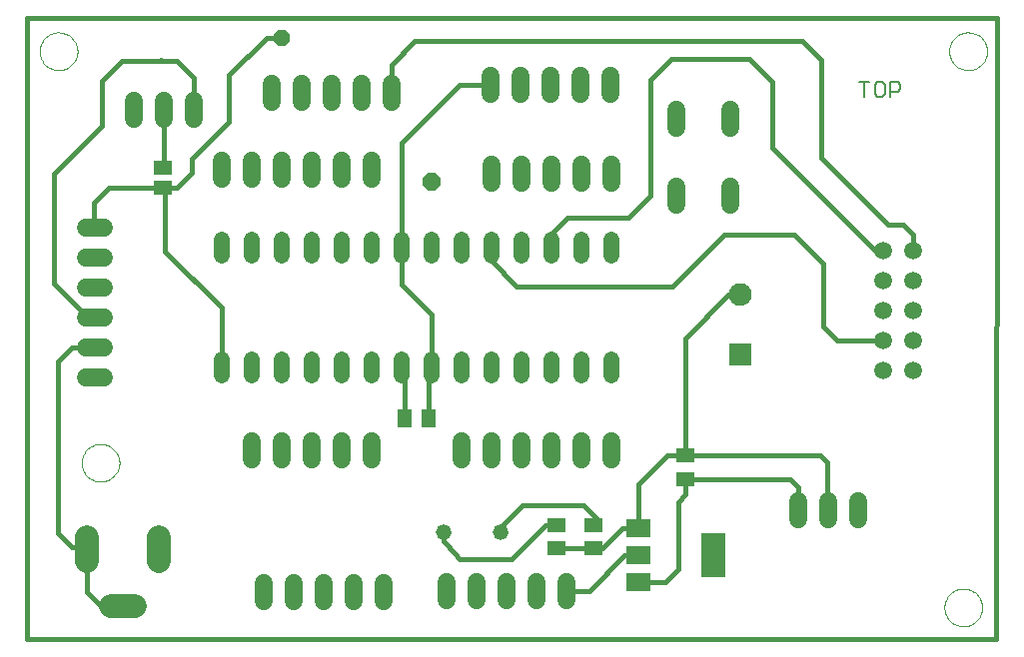
<source format=gtl>
G75*
%MOIN*%
%OFA0B0*%
%FSLAX24Y24*%
%IPPOS*%
%LPD*%
%AMOC8*
5,1,8,0,0,1.08239X$1,22.5*
%
%ADD10C,0.0160*%
%ADD11C,0.0000*%
%ADD12C,0.0070*%
%ADD13C,0.0520*%
%ADD14C,0.0760*%
%ADD15R,0.0760X0.0760*%
%ADD16R,0.0512X0.0630*%
%ADD17R,0.0630X0.0512*%
%ADD18R,0.0591X0.0512*%
%ADD19C,0.0600*%
%ADD20C,0.0594*%
%ADD21C,0.0787*%
%ADD22OC8,0.0600*%
%ADD23R,0.0790X0.0590*%
%ADD24R,0.0790X0.1500*%
%ADD25C,0.0520*%
%ADD26OC8,0.0560*%
D10*
X001100Y000180D02*
X001100Y020910D01*
X033472Y020910D01*
X033452Y000180D01*
X001100Y000180D01*
X003119Y001731D02*
X003600Y001250D01*
X004260Y001250D01*
X004300Y001290D01*
X003119Y001731D02*
X003119Y003180D01*
X003049Y003250D01*
X002600Y003250D01*
X002150Y003700D01*
X002150Y009450D01*
X002600Y009900D01*
X003370Y009900D01*
X003370Y010900D02*
X003140Y010900D01*
X002010Y012030D01*
X002010Y015710D01*
X003610Y017310D01*
X003610Y018810D01*
X004280Y019480D01*
X005530Y019480D01*
X006080Y019480D01*
X006090Y019490D01*
X006680Y018900D01*
X006680Y017840D01*
X005680Y017840D02*
X005680Y015945D01*
X005650Y015915D01*
X005655Y015250D02*
X005650Y015245D01*
X005710Y015185D01*
X005710Y013120D01*
X007600Y011230D01*
X007600Y009250D01*
X013600Y009250D02*
X013706Y009144D01*
X013706Y007550D01*
X014494Y007550D02*
X014494Y008750D01*
X014600Y008856D01*
X014600Y009250D01*
X014600Y011000D01*
X013600Y012000D01*
X013600Y013250D01*
X013600Y016750D01*
X015540Y018690D01*
X016560Y018690D01*
X014050Y020140D02*
X013270Y019360D01*
X013270Y018400D01*
X014050Y020140D02*
X026960Y020140D01*
X027600Y019500D01*
X027600Y016250D01*
X029850Y014000D01*
X030350Y014000D01*
X030670Y013680D01*
X030670Y013130D01*
X030690Y013150D01*
X029670Y013130D02*
X029420Y013130D01*
X025970Y016580D01*
X025970Y018780D01*
X025200Y019550D01*
X022620Y019550D01*
X021920Y018850D01*
X021920Y014980D01*
X021180Y014240D01*
X019130Y014240D01*
X018600Y013710D01*
X018600Y013250D01*
X017450Y011960D02*
X022640Y011960D01*
X024360Y013680D01*
X026700Y013680D01*
X027680Y012700D01*
X027680Y010600D01*
X028130Y010150D01*
X029650Y010150D01*
X029670Y010130D01*
X024910Y011670D02*
X024520Y011670D01*
X023070Y010220D01*
X023070Y006314D01*
X027566Y006314D01*
X027810Y006070D01*
X027810Y005260D01*
X027830Y004490D01*
X026850Y004510D02*
X026850Y005250D01*
X026574Y005526D01*
X023070Y005526D01*
X023070Y005000D01*
X022830Y004760D01*
X022830Y002520D01*
X022390Y002080D01*
X021510Y002080D01*
X021050Y002980D02*
X019860Y001790D01*
X019090Y001790D01*
X017270Y002860D02*
X015530Y002860D01*
X015390Y003000D01*
X015390Y003010D01*
X015400Y003020D01*
X014990Y003430D01*
X014990Y003750D01*
X016890Y003750D02*
X016890Y003910D01*
X017640Y004660D01*
X019660Y004660D01*
X020170Y004150D01*
X019990Y003994D01*
X019990Y003206D02*
X020306Y003206D01*
X020980Y003880D01*
X021510Y003880D01*
X021510Y005360D01*
X022464Y006314D01*
X023070Y006314D01*
X026830Y004490D02*
X026850Y004510D01*
X021510Y002980D02*
X021050Y002980D01*
X019990Y003206D02*
X019980Y003196D01*
X018780Y003196D01*
X018780Y003984D02*
X018394Y003984D01*
X017270Y002860D01*
X014494Y008750D02*
X014494Y008894D01*
X014600Y009000D01*
X017450Y011960D02*
X016600Y012810D01*
X016600Y013250D01*
X007850Y017460D02*
X006590Y016200D01*
X006590Y016010D01*
X006600Y016000D01*
X006600Y015750D01*
X006100Y015250D01*
X005655Y015250D01*
X005650Y015245D02*
X003845Y015245D01*
X003350Y014750D01*
X003350Y013920D01*
X003370Y013900D01*
X007850Y017460D02*
X007850Y019000D01*
X009100Y020250D01*
X009600Y020250D01*
X005570Y019520D02*
X005530Y019480D01*
D11*
X001530Y019800D02*
X001532Y019850D01*
X001538Y019900D01*
X001548Y019949D01*
X001562Y019997D01*
X001579Y020044D01*
X001600Y020089D01*
X001625Y020133D01*
X001653Y020174D01*
X001685Y020213D01*
X001719Y020250D01*
X001756Y020284D01*
X001796Y020314D01*
X001838Y020341D01*
X001882Y020365D01*
X001928Y020386D01*
X001975Y020402D01*
X002023Y020415D01*
X002073Y020424D01*
X002122Y020429D01*
X002173Y020430D01*
X002223Y020427D01*
X002272Y020420D01*
X002321Y020409D01*
X002369Y020394D01*
X002415Y020376D01*
X002460Y020354D01*
X002503Y020328D01*
X002544Y020299D01*
X002583Y020267D01*
X002619Y020232D01*
X002651Y020194D01*
X002681Y020154D01*
X002708Y020111D01*
X002731Y020067D01*
X002750Y020021D01*
X002766Y019973D01*
X002778Y019924D01*
X002786Y019875D01*
X002790Y019825D01*
X002790Y019775D01*
X002786Y019725D01*
X002778Y019676D01*
X002766Y019627D01*
X002750Y019579D01*
X002731Y019533D01*
X002708Y019489D01*
X002681Y019446D01*
X002651Y019406D01*
X002619Y019368D01*
X002583Y019333D01*
X002544Y019301D01*
X002503Y019272D01*
X002460Y019246D01*
X002415Y019224D01*
X002369Y019206D01*
X002321Y019191D01*
X002272Y019180D01*
X002223Y019173D01*
X002173Y019170D01*
X002122Y019171D01*
X002073Y019176D01*
X002023Y019185D01*
X001975Y019198D01*
X001928Y019214D01*
X001882Y019235D01*
X001838Y019259D01*
X001796Y019286D01*
X001756Y019316D01*
X001719Y019350D01*
X001685Y019387D01*
X001653Y019426D01*
X001625Y019467D01*
X001600Y019511D01*
X001579Y019556D01*
X001562Y019603D01*
X001548Y019651D01*
X001538Y019700D01*
X001532Y019750D01*
X001530Y019800D01*
X002930Y006060D02*
X002932Y006110D01*
X002938Y006160D01*
X002948Y006209D01*
X002962Y006257D01*
X002979Y006304D01*
X003000Y006349D01*
X003025Y006393D01*
X003053Y006434D01*
X003085Y006473D01*
X003119Y006510D01*
X003156Y006544D01*
X003196Y006574D01*
X003238Y006601D01*
X003282Y006625D01*
X003328Y006646D01*
X003375Y006662D01*
X003423Y006675D01*
X003473Y006684D01*
X003522Y006689D01*
X003573Y006690D01*
X003623Y006687D01*
X003672Y006680D01*
X003721Y006669D01*
X003769Y006654D01*
X003815Y006636D01*
X003860Y006614D01*
X003903Y006588D01*
X003944Y006559D01*
X003983Y006527D01*
X004019Y006492D01*
X004051Y006454D01*
X004081Y006414D01*
X004108Y006371D01*
X004131Y006327D01*
X004150Y006281D01*
X004166Y006233D01*
X004178Y006184D01*
X004186Y006135D01*
X004190Y006085D01*
X004190Y006035D01*
X004186Y005985D01*
X004178Y005936D01*
X004166Y005887D01*
X004150Y005839D01*
X004131Y005793D01*
X004108Y005749D01*
X004081Y005706D01*
X004051Y005666D01*
X004019Y005628D01*
X003983Y005593D01*
X003944Y005561D01*
X003903Y005532D01*
X003860Y005506D01*
X003815Y005484D01*
X003769Y005466D01*
X003721Y005451D01*
X003672Y005440D01*
X003623Y005433D01*
X003573Y005430D01*
X003522Y005431D01*
X003473Y005436D01*
X003423Y005445D01*
X003375Y005458D01*
X003328Y005474D01*
X003282Y005495D01*
X003238Y005519D01*
X003196Y005546D01*
X003156Y005576D01*
X003119Y005610D01*
X003085Y005647D01*
X003053Y005686D01*
X003025Y005727D01*
X003000Y005771D01*
X002979Y005816D01*
X002962Y005863D01*
X002948Y005911D01*
X002938Y005960D01*
X002932Y006010D01*
X002930Y006060D01*
X031720Y001230D02*
X031722Y001280D01*
X031728Y001330D01*
X031738Y001379D01*
X031752Y001427D01*
X031769Y001474D01*
X031790Y001519D01*
X031815Y001563D01*
X031843Y001604D01*
X031875Y001643D01*
X031909Y001680D01*
X031946Y001714D01*
X031986Y001744D01*
X032028Y001771D01*
X032072Y001795D01*
X032118Y001816D01*
X032165Y001832D01*
X032213Y001845D01*
X032263Y001854D01*
X032312Y001859D01*
X032363Y001860D01*
X032413Y001857D01*
X032462Y001850D01*
X032511Y001839D01*
X032559Y001824D01*
X032605Y001806D01*
X032650Y001784D01*
X032693Y001758D01*
X032734Y001729D01*
X032773Y001697D01*
X032809Y001662D01*
X032841Y001624D01*
X032871Y001584D01*
X032898Y001541D01*
X032921Y001497D01*
X032940Y001451D01*
X032956Y001403D01*
X032968Y001354D01*
X032976Y001305D01*
X032980Y001255D01*
X032980Y001205D01*
X032976Y001155D01*
X032968Y001106D01*
X032956Y001057D01*
X032940Y001009D01*
X032921Y000963D01*
X032898Y000919D01*
X032871Y000876D01*
X032841Y000836D01*
X032809Y000798D01*
X032773Y000763D01*
X032734Y000731D01*
X032693Y000702D01*
X032650Y000676D01*
X032605Y000654D01*
X032559Y000636D01*
X032511Y000621D01*
X032462Y000610D01*
X032413Y000603D01*
X032363Y000600D01*
X032312Y000601D01*
X032263Y000606D01*
X032213Y000615D01*
X032165Y000628D01*
X032118Y000644D01*
X032072Y000665D01*
X032028Y000689D01*
X031986Y000716D01*
X031946Y000746D01*
X031909Y000780D01*
X031875Y000817D01*
X031843Y000856D01*
X031815Y000897D01*
X031790Y000941D01*
X031769Y000986D01*
X031752Y001033D01*
X031738Y001081D01*
X031728Y001130D01*
X031722Y001180D01*
X031720Y001230D01*
X031880Y019800D02*
X031882Y019850D01*
X031888Y019900D01*
X031898Y019949D01*
X031912Y019997D01*
X031929Y020044D01*
X031950Y020089D01*
X031975Y020133D01*
X032003Y020174D01*
X032035Y020213D01*
X032069Y020250D01*
X032106Y020284D01*
X032146Y020314D01*
X032188Y020341D01*
X032232Y020365D01*
X032278Y020386D01*
X032325Y020402D01*
X032373Y020415D01*
X032423Y020424D01*
X032472Y020429D01*
X032523Y020430D01*
X032573Y020427D01*
X032622Y020420D01*
X032671Y020409D01*
X032719Y020394D01*
X032765Y020376D01*
X032810Y020354D01*
X032853Y020328D01*
X032894Y020299D01*
X032933Y020267D01*
X032969Y020232D01*
X033001Y020194D01*
X033031Y020154D01*
X033058Y020111D01*
X033081Y020067D01*
X033100Y020021D01*
X033116Y019973D01*
X033128Y019924D01*
X033136Y019875D01*
X033140Y019825D01*
X033140Y019775D01*
X033136Y019725D01*
X033128Y019676D01*
X033116Y019627D01*
X033100Y019579D01*
X033081Y019533D01*
X033058Y019489D01*
X033031Y019446D01*
X033001Y019406D01*
X032969Y019368D01*
X032933Y019333D01*
X032894Y019301D01*
X032853Y019272D01*
X032810Y019246D01*
X032765Y019224D01*
X032719Y019206D01*
X032671Y019191D01*
X032622Y019180D01*
X032573Y019173D01*
X032523Y019170D01*
X032472Y019171D01*
X032423Y019176D01*
X032373Y019185D01*
X032325Y019198D01*
X032278Y019214D01*
X032232Y019235D01*
X032188Y019259D01*
X032146Y019286D01*
X032106Y019316D01*
X032069Y019350D01*
X032035Y019387D01*
X032003Y019426D01*
X031975Y019467D01*
X031950Y019511D01*
X031929Y019556D01*
X031912Y019603D01*
X031898Y019651D01*
X031888Y019700D01*
X031882Y019750D01*
X031880Y019800D01*
D12*
X030243Y018694D02*
X030243Y018530D01*
X030161Y018448D01*
X029916Y018448D01*
X029916Y018285D02*
X029916Y018775D01*
X030161Y018775D01*
X030243Y018694D01*
X029728Y018694D02*
X029728Y018367D01*
X029646Y018285D01*
X029482Y018285D01*
X029401Y018367D01*
X029401Y018694D01*
X029482Y018775D01*
X029646Y018775D01*
X029728Y018694D01*
X029212Y018775D02*
X028885Y018775D01*
X029048Y018775D02*
X029048Y018285D01*
D13*
X020600Y013510D02*
X020600Y012990D01*
X019600Y012990D02*
X019600Y013510D01*
X018600Y013510D02*
X018600Y012990D01*
X017600Y012990D02*
X017600Y013510D01*
X016600Y013510D02*
X016600Y012990D01*
X015600Y012990D02*
X015600Y013510D01*
X014600Y013510D02*
X014600Y012990D01*
X013600Y012990D02*
X013600Y013510D01*
X012600Y013510D02*
X012600Y012990D01*
X011600Y012990D02*
X011600Y013510D01*
X010600Y013510D02*
X010600Y012990D01*
X009600Y012990D02*
X009600Y013510D01*
X008600Y013510D02*
X008600Y012990D01*
X007600Y012990D02*
X007600Y013510D01*
X007600Y009510D02*
X007600Y008990D01*
X008600Y008990D02*
X008600Y009510D01*
X009600Y009510D02*
X009600Y008990D01*
X010600Y008990D02*
X010600Y009510D01*
X011600Y009510D02*
X011600Y008990D01*
X012600Y008990D02*
X012600Y009510D01*
X013600Y009510D02*
X013600Y008990D01*
X014600Y008990D02*
X014600Y009510D01*
X015600Y009510D02*
X015600Y008990D01*
X016600Y008990D02*
X016600Y009510D01*
X017600Y009510D02*
X017600Y008990D01*
X018600Y008990D02*
X018600Y009510D01*
X019600Y009510D02*
X019600Y008990D01*
X020600Y008990D02*
X020600Y009510D01*
D14*
X024910Y011670D03*
D15*
X024910Y009670D03*
D16*
X014494Y007550D03*
X013706Y007550D03*
D17*
X018780Y003984D03*
X018780Y003196D03*
X019990Y003206D03*
X019990Y003994D03*
X023070Y005526D03*
X023070Y006314D03*
D18*
X005650Y015245D03*
X005650Y015915D03*
D19*
X007600Y016160D02*
X007600Y015560D01*
X008600Y015560D02*
X008600Y016160D01*
X009600Y016160D02*
X009600Y015560D01*
X010600Y015560D02*
X010600Y016160D01*
X011600Y016160D02*
X011600Y015560D01*
X012600Y015560D02*
X012600Y016160D01*
X012270Y018100D02*
X012270Y018700D01*
X011270Y018700D02*
X011270Y018100D01*
X010270Y018100D02*
X010270Y018700D01*
X009270Y018700D02*
X009270Y018100D01*
X006680Y018140D02*
X006680Y017540D01*
X005680Y017540D02*
X005680Y018140D01*
X004680Y018140D02*
X004680Y017540D01*
X003670Y013900D02*
X003070Y013900D01*
X003070Y012900D02*
X003670Y012900D01*
X003670Y011900D02*
X003070Y011900D01*
X003070Y010900D02*
X003670Y010900D01*
X003670Y009900D02*
X003070Y009900D01*
X003070Y008900D02*
X003670Y008900D01*
X008600Y006770D02*
X008600Y006170D01*
X009600Y006170D02*
X009600Y006770D01*
X010600Y006770D02*
X010600Y006170D01*
X011600Y006170D02*
X011600Y006770D01*
X012600Y006770D02*
X012600Y006170D01*
X015600Y006170D02*
X015600Y006770D01*
X016600Y006770D02*
X016600Y006170D01*
X017600Y006170D02*
X017600Y006770D01*
X018600Y006770D02*
X018600Y006170D01*
X019600Y006170D02*
X019600Y006770D01*
X020600Y006770D02*
X020600Y006170D01*
X026830Y004790D02*
X026830Y004190D01*
X027830Y004190D02*
X027830Y004790D01*
X028830Y004790D02*
X028830Y004190D01*
X019090Y002090D02*
X019090Y001490D01*
X018090Y001490D02*
X018090Y002090D01*
X017090Y002090D02*
X017090Y001490D01*
X016090Y001490D02*
X016090Y002090D01*
X015090Y002090D02*
X015090Y001490D01*
X013020Y001460D02*
X013020Y002060D01*
X012020Y002060D02*
X012020Y001460D01*
X011020Y001460D02*
X011020Y002060D01*
X010020Y002060D02*
X010020Y001460D01*
X009020Y001460D02*
X009020Y002060D01*
X022780Y014690D02*
X022780Y015290D01*
X024560Y015290D02*
X024560Y014690D01*
X020600Y015420D02*
X020600Y016020D01*
X019600Y016020D02*
X019600Y015420D01*
X018600Y015420D02*
X018600Y016020D01*
X017600Y016020D02*
X017600Y015420D01*
X016600Y015420D02*
X016600Y016020D01*
X013270Y018100D02*
X013270Y018700D01*
X016560Y018990D02*
X016560Y018390D01*
X017560Y018390D02*
X017560Y018990D01*
X018560Y018990D02*
X018560Y018390D01*
X019560Y018390D02*
X019560Y018990D01*
X020560Y018990D02*
X020560Y018390D01*
X022780Y017850D02*
X022780Y017250D01*
X024560Y017250D02*
X024560Y017850D01*
D20*
X029670Y013130D03*
X030670Y013130D03*
X030670Y012130D03*
X029670Y012130D03*
X029670Y011130D03*
X030670Y011130D03*
X030670Y010130D03*
X029670Y010130D03*
X029670Y009130D03*
X030670Y009130D03*
D21*
X005520Y003574D02*
X005520Y002786D01*
X004694Y001290D02*
X003906Y001290D01*
X003119Y002786D02*
X003119Y003574D01*
D22*
X014600Y015450D03*
D23*
X021510Y003880D03*
X021510Y002980D03*
X021510Y002080D03*
D24*
X023990Y002990D03*
D25*
X016890Y003750D03*
X014990Y003750D03*
D26*
X009600Y020250D03*
M02*

</source>
